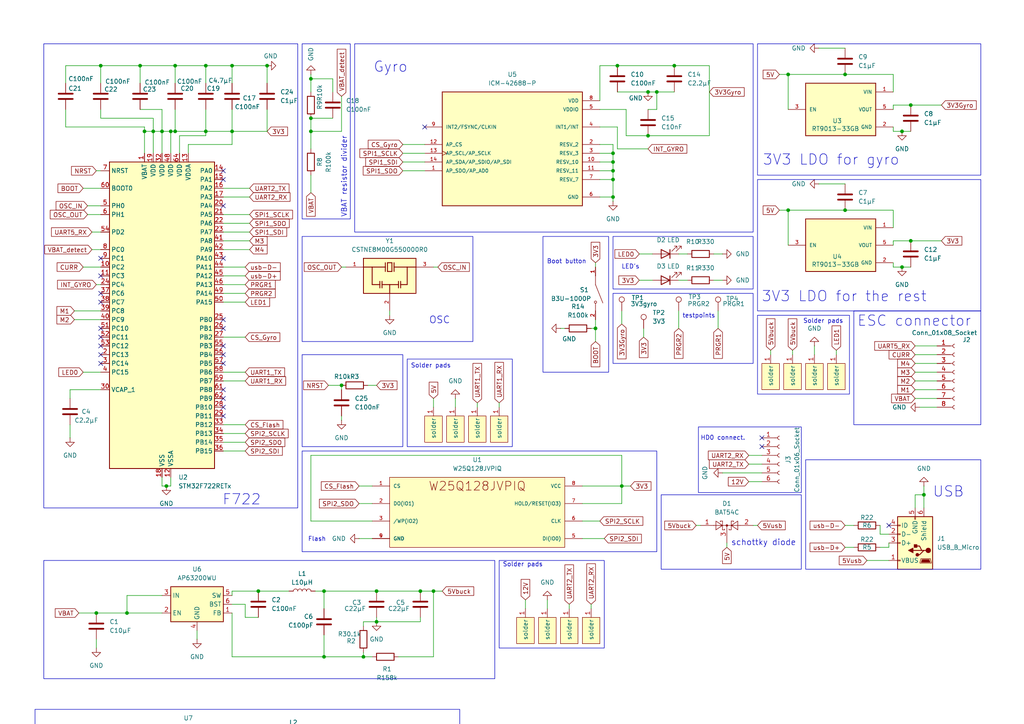
<source format=kicad_sch>
(kicad_sch (version 20231120) (generator "eeschema") (generator_version "8.0")
  (paper "A4")
  (junction (at 90.17 34.29))
  (junction (at 50.8 19.05))
  (junction (at 264.16 30.48))
  (junction (at 27.94 177.8))
  (junction (at 50.8 38.1))
  (junction (at 44.45 38.1))
  (junction (at 245.11 21.59))
  (junction (at 261.62 77.47))
  (junction (at 123.19 214.63))
  (junction (at 93.98 190.5))
  (junction (at 179.07 19.05))
  (junction (at 91.44 233.68))
  (junction (at 187.96 39.37))
  (junction (at 177.8 57.15))
  (junction (at 172.72 95.25))
  (junction (at 228.6 60.96))
  (junction (at 48.26 140.97))
  (junction (at 177.8 44.45))
  (junction (at 25.4 220.98))
  (junction (at 109.22 171.45))
  (junction (at 72.39 214.63))
  (junction (at 77.47 19.05))
  (junction (at 195.58 19.05))
  (junction (at 190.5 26.67))
  (junction (at 91.44 214.63))
  (junction (at 177.8 49.53))
  (junction (at 228.6 21.59))
  (junction (at 106.68 214.63))
  (junction (at 177.8 46.99))
  (junction (at 267.97 143.51))
  (junction (at 245.11 60.96))
  (junction (at 177.8 52.07))
  (junction (at 105.41 190.5))
  (junction (at 34.29 220.98))
  (junction (at 90.17 38.1))
  (junction (at 180.34 140.97))
  (junction (at 49.53 38.1))
  (junction (at 74.93 171.45))
  (junction (at 41.91 38.1))
  (junction (at 187.96 26.67))
  (junction (at 93.98 171.45))
  (junction (at 40.64 19.05))
  (junction (at 109.22 180.34))
  (junction (at 46.99 38.1))
  (junction (at 67.31 19.05))
  (junction (at 99.06 111.76))
  (junction (at 29.21 19.05))
  (junction (at 67.31 38.1))
  (junction (at 90.17 22.86))
  (junction (at 59.69 19.05))
  (junction (at 102.87 233.68))
  (junction (at 261.62 38.1))
  (junction (at 59.69 38.1))
  (junction (at 119.38 214.63))
  (junction (at 121.92 171.45))
  (junction (at 264.16 69.85))
  (junction (at 36.83 177.8))
  (junction (at 125.73 171.45))
  (junction (at 106.68 223.52))
  (no_connect (at 29.21 95.25))
  (no_connect (at 29.21 87.63))
  (no_connect (at 123.19 36.83))
  (no_connect (at 64.77 118.11))
  (no_connect (at 220.98 127))
  (no_connect (at 64.77 74.93))
  (no_connect (at 29.21 74.93))
  (no_connect (at 29.21 100.33))
  (no_connect (at 64.77 113.03))
  (no_connect (at 29.21 80.01))
  (no_connect (at 64.77 52.07))
  (no_connect (at 29.21 97.79))
  (no_connect (at 64.77 105.41))
  (no_connect (at 64.77 92.71))
  (no_connect (at 64.77 95.25))
  (no_connect (at 29.21 85.09))
  (no_connect (at 64.77 49.53))
  (no_connect (at 64.77 100.33))
  (no_connect (at 64.77 102.87))
  (no_connect (at 64.77 59.69))
  (no_connect (at 64.77 120.65))
  (no_connect (at 257.81 152.4))
  (no_connect (at 29.21 102.87))
  (no_connect (at 220.98 129.54))
  (no_connect (at 64.77 115.57))
  (no_connect (at 29.21 105.41))
  (wire (pts (xy 242.57 101.6) (xy 242.57 102.87)))
  (wire (pts (xy 59.69 39.37) (xy 52.07 39.37)))
  (wire (pts (xy 105.41 181.61) (xy 105.41 180.34)))
  (wire (pts (xy 67.31 190.5) (xy 93.98 190.5)))
  (wire (pts (xy 106.68 111.76) (xy 109.22 111.76)))
  (wire (pts (xy 266.7 118.11) (xy 271.78 118.11)))
  (wire (pts (xy 226.06 21.59) (xy 228.6 21.59)))
  (wire (pts (xy 24.13 54.61) (xy 29.21 54.61)))
  (wire (pts (xy 261.62 38.1) (xy 264.16 38.1)))
  (wire (pts (xy 177.8 52.07) (xy 177.8 57.15)))
  (wire (pts (xy 179.07 26.67) (xy 187.96 26.67)))
  (wire (pts (xy 236.22 100.33) (xy 236.22 102.87)))
  (wire (pts (xy 96.52 26.67) (xy 96.52 22.86)))
  (wire (pts (xy 172.72 92.71) (xy 172.72 95.25)))
  (wire (pts (xy 64.77 125.73) (xy 71.12 125.73)))
  (wire (pts (xy 64.77 69.85) (xy 72.39 69.85)))
  (wire (pts (xy 67.31 19.05) (xy 67.31 24.13)))
  (wire (pts (xy 105.41 180.34) (xy 109.22 180.34)))
  (wire (pts (xy 67.31 31.75) (xy 67.31 38.1)))
  (wire (pts (xy 49.53 140.97) (xy 49.53 138.43)))
  (wire (pts (xy 226.06 60.96) (xy 228.6 60.96)))
  (wire (pts (xy 259.08 36.83) (xy 259.08 38.1)))
  (wire (pts (xy 196.85 90.17) (xy 196.85 95.25)))
  (wire (pts (xy 50.8 19.05) (xy 59.69 19.05)))
  (wire (pts (xy 64.77 80.01) (xy 71.12 80.01)))
  (wire (pts (xy 179.07 36.83) (xy 179.07 43.18)))
  (wire (pts (xy 177.8 57.15) (xy 177.8 58.42)))
  (wire (pts (xy 181.61 39.37) (xy 181.61 31.75)))
  (wire (pts (xy 177.8 41.91) (xy 177.8 44.45)))
  (wire (pts (xy 104.14 156.21) (xy 107.95 156.21)))
  (wire (pts (xy 267.97 140.97) (xy 267.97 143.51)))
  (wire (pts (xy 20.32 123.19) (xy 20.32 127)))
  (wire (pts (xy 119.38 222.25) (xy 119.38 223.52)))
  (wire (pts (xy 64.77 130.81) (xy 71.12 130.81)))
  (wire (pts (xy 107.95 190.5) (xy 105.41 190.5)))
  (wire (pts (xy 113.03 233.68) (xy 123.19 233.68)))
  (wire (pts (xy 91.44 171.45) (xy 93.98 171.45)))
  (wire (pts (xy 144.78 116.84) (xy 144.78 118.11)))
  (wire (pts (xy 27.94 185.42) (xy 27.94 187.96)))
  (wire (pts (xy 64.77 62.23) (xy 72.39 62.23)))
  (wire (pts (xy 237.49 13.97) (xy 245.11 13.97)))
  (wire (pts (xy 91.44 233.68) (xy 102.87 233.68)))
  (wire (pts (xy 217.17 132.08) (xy 220.98 132.08)))
  (wire (pts (xy 19.05 36.83) (xy 41.91 36.83)))
  (wire (pts (xy 187.96 39.37) (xy 181.61 39.37)))
  (wire (pts (xy 177.8 49.53) (xy 177.8 52.07)))
  (wire (pts (xy 25.4 62.23) (xy 29.21 62.23)))
  (wire (pts (xy 91.44 214.63) (xy 106.68 214.63)))
  (wire (pts (xy 74.93 171.45) (xy 83.82 171.45)))
  (wire (pts (xy 265.43 100.33) (xy 271.78 100.33)))
  (wire (pts (xy 46.99 138.43) (xy 46.99 140.97)))
  (wire (pts (xy 52.07 39.37) (xy 52.07 44.45)))
  (wire (pts (xy 41.91 38.1) (xy 41.91 44.45)))
  (wire (pts (xy 34.29 220.98) (xy 34.29 215.9)))
  (wire (pts (xy 255.27 154.94) (xy 255.27 152.4)))
  (wire (pts (xy 99.06 113.03) (xy 99.06 111.76)))
  (wire (pts (xy 185.42 73.66) (xy 189.23 73.66)))
  (wire (pts (xy 228.6 31.75) (xy 228.6 21.59)))
  (wire (pts (xy 264.16 30.48) (xy 273.05 30.48)))
  (wire (pts (xy 158.75 173.99) (xy 158.75 176.53)))
  (wire (pts (xy 93.98 190.5) (xy 105.41 190.5)))
  (wire (pts (xy 26.67 67.31) (xy 29.21 67.31)))
  (wire (pts (xy 104.14 140.97) (xy 107.95 140.97)))
  (wire (pts (xy 64.77 57.15) (xy 72.39 57.15)))
  (wire (pts (xy 116.84 41.91) (xy 123.19 41.91)))
  (wire (pts (xy 44.45 34.29) (xy 44.45 38.1)))
  (wire (pts (xy 91.44 227.33) (xy 91.44 233.68)))
  (wire (pts (xy 99.06 38.1) (xy 99.06 27.94)))
  (wire (pts (xy 24.13 77.47) (xy 29.21 77.47)))
  (wire (pts (xy 265.43 147.32) (xy 265.43 143.51)))
  (wire (pts (xy 102.87 232.41) (xy 102.87 233.68)))
  (wire (pts (xy 96.52 22.86) (xy 90.17 22.86)))
  (wire (pts (xy 168.91 151.13) (xy 173.99 151.13)))
  (wire (pts (xy 168.91 146.05) (xy 180.34 146.05)))
  (wire (pts (xy 245.11 60.96) (xy 259.08 60.96)))
  (wire (pts (xy 259.08 21.59) (xy 259.08 26.67)))
  (wire (pts (xy 59.69 38.1) (xy 67.31 38.1)))
  (wire (pts (xy 64.77 87.63) (xy 71.12 87.63)))
  (wire (pts (xy 36.83 172.72) (xy 46.99 172.72)))
  (wire (pts (xy 29.21 34.29) (xy 44.45 34.29)))
  (wire (pts (xy 64.77 107.95) (xy 71.12 107.95)))
  (wire (pts (xy 116.84 44.45) (xy 123.19 44.45)))
  (wire (pts (xy 99.06 120.65) (xy 99.06 121.92)))
  (wire (pts (xy 257.81 158.75) (xy 257.81 157.48)))
  (wire (pts (xy 207.01 81.28) (xy 209.55 81.28)))
  (wire (pts (xy 245.11 152.4) (xy 247.65 152.4)))
  (wire (pts (xy 105.41 189.23) (xy 105.41 190.5)))
  (wire (pts (xy 54.61 41.91) (xy 67.31 41.91)))
  (wire (pts (xy 205.74 39.37) (xy 187.96 39.37)))
  (wire (pts (xy 196.85 73.66) (xy 199.39 73.66)))
  (wire (pts (xy 90.17 38.1) (xy 99.06 38.1)))
  (wire (pts (xy 259.08 30.48) (xy 264.16 30.48)))
  (wire (pts (xy 190.5 26.67) (xy 195.58 26.67)))
  (wire (pts (xy 90.17 55.88) (xy 90.17 50.8)))
  (wire (pts (xy 50.8 31.75) (xy 50.8 38.1)))
  (wire (pts (xy 26.67 72.39) (xy 29.21 72.39)))
  (wire (pts (xy 217.17 139.7) (xy 220.98 139.7)))
  (wire (pts (xy 173.99 52.07) (xy 177.8 52.07)))
  (wire (pts (xy 20.32 115.57) (xy 20.32 113.03)))
  (wire (pts (xy 46.99 38.1) (xy 49.53 38.1)))
  (wire (pts (xy 264.16 69.85) (xy 273.05 69.85)))
  (wire (pts (xy 21.59 92.71) (xy 29.21 92.71)))
  (wire (pts (xy 172.72 95.25) (xy 172.72 99.06)))
  (wire (pts (xy 210.82 157.48) (xy 210.82 158.75)))
  (wire (pts (xy 40.64 19.05) (xy 50.8 19.05)))
  (wire (pts (xy 173.99 46.99) (xy 177.8 46.99)))
  (wire (pts (xy 102.87 223.52) (xy 106.68 223.52)))
  (wire (pts (xy 245.11 21.59) (xy 259.08 21.59)))
  (wire (pts (xy 245.11 158.75) (xy 247.65 158.75)))
  (wire (pts (xy 29.21 19.05) (xy 40.64 19.05)))
  (wire (pts (xy 67.31 19.05) (xy 77.47 19.05)))
  (wire (pts (xy 64.77 110.49) (xy 71.12 110.49)))
  (wire (pts (xy 102.87 224.79) (xy 102.87 223.52)))
  (wire (pts (xy 259.08 38.1) (xy 261.62 38.1)))
  (wire (pts (xy 67.31 171.45) (xy 67.31 172.72)))
  (wire (pts (xy 64.77 82.55) (xy 71.12 82.55)))
  (wire (pts (xy 71.12 179.07) (xy 74.93 179.07)))
  (wire (pts (xy 64.77 123.19) (xy 71.12 123.19)))
  (wire (pts (xy 90.17 22.86) (xy 90.17 21.59)))
  (wire (pts (xy 64.77 218.44) (xy 68.58 218.44)))
  (wire (pts (xy 64.77 233.68) (xy 91.44 233.68)))
  (wire (pts (xy 201.93 152.4) (xy 203.2 152.4)))
  (wire (pts (xy 125.73 77.47) (xy 127 77.47)))
  (wire (pts (xy 68.58 222.25) (xy 72.39 222.25)))
  (wire (pts (xy 40.64 19.05) (xy 40.64 24.13)))
  (wire (pts (xy 34.29 215.9) (xy 44.45 215.9)))
  (wire (pts (xy 90.17 132.08) (xy 180.34 132.08)))
  (wire (pts (xy 24.13 107.95) (xy 29.21 107.95)))
  (wire (pts (xy 64.77 77.47) (xy 71.12 77.47)))
  (wire (pts (xy 27.94 177.8) (xy 36.83 177.8)))
  (wire (pts (xy 265.43 115.57) (xy 271.78 115.57)))
  (wire (pts (xy 187.96 31.75) (xy 190.5 31.75)))
  (wire (pts (xy 19.05 31.75) (xy 19.05 36.83)))
  (wire (pts (xy 177.8 46.99) (xy 177.8 49.53)))
  (wire (pts (xy 105.41 233.68) (xy 102.87 233.68)))
  (wire (pts (xy 186.69 95.25) (xy 186.69 97.79)))
  (wire (pts (xy 50.8 19.05) (xy 50.8 24.13)))
  (wire (pts (xy 173.99 19.05) (xy 173.99 29.21)))
  (wire (pts (xy 173.99 36.83) (xy 179.07 36.83)))
  (wire (pts (xy 106.68 214.63) (xy 119.38 214.63)))
  (wire (pts (xy 180.34 146.05) (xy 180.34 140.97)))
  (wire (pts (xy 165.1 175.26) (xy 165.1 176.53)))
  (wire (pts (xy 109.22 171.45) (xy 121.92 171.45)))
  (wire (pts (xy 172.72 76.2) (xy 172.72 77.47)))
  (wire (pts (xy 20.32 113.03) (xy 29.21 113.03)))
  (wire (pts (xy 20.32 220.98) (xy 25.4 220.98)))
  (wire (pts (xy 46.99 31.75) (xy 46.99 38.1)))
  (wire (pts (xy 205.74 19.05) (xy 195.58 19.05)))
  (wire (pts (xy 25.4 220.98) (xy 34.29 220.98)))
  (wire (pts (xy 208.28 90.17) (xy 208.28 95.25)))
  (wire (pts (xy 41.91 36.83) (xy 41.91 38.1)))
  (wire (pts (xy 119.38 214.63) (xy 123.19 214.63)))
  (wire (pts (xy 228.6 71.12) (xy 228.6 60.96)))
  (wire (pts (xy 95.25 111.76) (xy 99.06 111.76)))
  (wire (pts (xy 251.46 162.56) (xy 257.81 162.56)))
  (wire (pts (xy 67.31 190.5) (xy 67.31 177.8)))
  (wire (pts (xy 177.8 44.45) (xy 177.8 46.99)))
  (wire (pts (xy 123.19 214.63) (xy 123.19 233.68)))
  (wire (pts (xy 44.45 38.1) (xy 44.45 44.45)))
  (wire (pts (xy 64.77 67.31) (xy 72.39 67.31)))
  (wire (pts (xy 109.22 179.07) (xy 109.22 180.34)))
  (wire (pts (xy 72.39 214.63) (xy 81.28 214.63)))
  (wire (pts (xy 36.83 177.8) (xy 36.83 172.72)))
  (wire (pts (xy 265.43 107.95) (xy 271.78 107.95)))
  (wire (pts (xy 173.99 19.05) (xy 179.07 19.05)))
  (wire (pts (xy 25.4 59.69) (xy 29.21 59.69)))
  (wire (pts (xy 29.21 31.75) (xy 29.21 34.29)))
  (wire (pts (xy 180.34 132.08) (xy 180.34 140.97)))
  (wire (pts (xy 180.34 90.17) (xy 180.34 93.98)))
  (wire (pts (xy 180.34 140.97) (xy 182.88 140.97)))
  (wire (pts (xy 123.19 214.63) (xy 125.73 214.63)))
  (wire (pts (xy 72.39 214.63) (xy 64.77 214.63)))
  (wire (pts (xy 90.17 26.67) (xy 90.17 22.86)))
  (wire (pts (xy 19.05 24.13) (xy 19.05 19.05)))
  (wire (pts (xy 109.22 180.34) (xy 121.92 180.34)))
  (wire (pts (xy 179.07 19.05) (xy 195.58 19.05)))
  (wire (pts (xy 265.43 110.49) (xy 271.78 110.49)))
  (wire (pts (xy 185.42 81.28) (xy 189.23 81.28)))
  (wire (pts (xy 90.17 38.1) (xy 90.17 43.18)))
  (wire (pts (xy 259.08 77.47) (xy 261.62 77.47)))
  (wire (pts (xy 99.06 77.47) (xy 100.33 77.47)))
  (wire (pts (xy 90.17 34.29) (xy 96.52 34.29)))
  (wire (pts (xy 34.29 220.98) (xy 44.45 220.98)))
  (wire (pts (xy 171.45 95.25) (xy 172.72 95.25)))
  (wire (pts (xy 46.99 140.97) (xy 48.26 140.97)))
  (wire (pts (xy 88.9 214.63) (xy 91.44 214.63)))
  (wire (pts (xy 25.4 228.6) (xy 25.4 231.14)))
  (wire (pts (xy 228.6 60.96) (xy 245.11 60.96)))
  (wire (pts (xy 90.17 151.13) (xy 90.17 132.08)))
  (wire (pts (xy 29.21 19.05) (xy 29.21 24.13)))
  (wire (pts (xy 259.08 76.2) (xy 259.08 77.47)))
  (wire (pts (xy 125.73 171.45) (xy 128.27 171.45)))
  (wire (pts (xy 259.08 69.85) (xy 259.08 71.12)))
  (wire (pts (xy 90.17 151.13) (xy 107.95 151.13)))
  (wire (pts (xy 93.98 171.45) (xy 109.22 171.45)))
  (wire (pts (xy 168.91 156.21) (xy 175.26 156.21)))
  (wire (pts (xy 116.84 46.99) (xy 123.19 46.99)))
  (wire (pts (xy 265.43 102.87) (xy 271.78 102.87)))
  (wire (pts (xy 237.49 53.34) (xy 245.11 53.34)))
  (wire (pts (xy 90.17 34.29) (xy 90.17 38.1)))
  (wire (pts (xy 64.77 128.27) (xy 71.12 128.27)))
  (wire (pts (xy 229.87 101.6) (xy 229.87 102.87)))
  (wire (pts (xy 21.59 90.17) (xy 29.21 90.17)))
  (wire (pts (xy 50.8 38.1) (xy 59.69 38.1)))
  (wire (pts (xy 106.68 222.25) (xy 106.68 223.52)))
  (wire (pts (xy 187.96 26.67) (xy 190.5 26.67)))
  (wire (pts (xy 259.08 60.96) (xy 259.08 66.04)))
  (wire (pts (xy 59.69 19.05) (xy 59.69 24.13)))
  (wire (pts (xy 54.61 41.91) (xy 54.61 44.45)))
  (wire (pts (xy 40.64 31.75) (xy 46.99 31.75)))
  (wire (pts (xy 49.53 38.1) (xy 49.53 44.45)))
  (wire (pts (xy 152.4 173.99) (xy 152.4 176.53)))
  (wire (pts (xy 74.93 171.45) (xy 67.31 171.45)))
  (wire (pts (xy 49.53 38.1) (xy 50.8 38.1)))
  (wire (pts (xy 116.84 49.53) (xy 123.19 49.53)))
  (wire (pts (xy 261.62 77.47) (xy 264.16 77.47)))
  (wire (pts (xy 71.12 175.26) (xy 71.12 179.07)))
  (wire (pts (xy 190.5 31.75) (xy 190.5 26.67)))
  (wire (pts (xy 106.68 223.52) (xy 119.38 223.52)))
  (wire (pts (xy 57.15 182.88) (xy 57.15 185.42)))
  (wire (pts (xy 207.01 73.66) (xy 209.55 73.66)))
  (wire (pts (xy 257.81 154.94) (xy 255.27 154.94)))
  (wire (pts (xy 77.47 38.1) (xy 67.31 38.1)))
  (wire (pts (xy 125.73 115.57) (xy 125.73 118.11)))
  (wire (pts (xy 48.26 140.97) (xy 49.53 140.97)))
  (wire (pts (xy 259.08 69.85) (xy 264.16 69.85)))
  (wire (pts (xy 54.61 226.06) (xy 54.61 228.6)))
  (wire (pts (xy 27.94 49.53) (xy 29.21 49.53)))
  (wire (pts (xy 217.17 134.62) (xy 220.98 134.62)))
  (wire (pts (xy 259.08 30.48) (xy 259.08 31.75)))
  (wire (pts (xy 91.44 214.63) (xy 91.44 219.71)))
  (wire (pts (xy 265.43 113.03) (xy 271.78 113.03)))
  (wire (pts (xy 125.73 171.45) (xy 125.73 190.5)))
  (wire (pts (xy 46.99 38.1) (xy 46.99 44.45)))
  (wire (pts (xy 267.97 143.51) (xy 267.97 147.32)))
  (wire (pts (xy 173.99 49.53) (xy 177.8 49.53)))
  (wire (pts (xy 138.43 116.84) (xy 138.43 118.11)))
  (wire (pts (xy 27.94 82.55) (xy 29.21 82.55)))
  (wire (pts (xy 209.55 137.16) (xy 220.98 137.16)))
  (wire (pts (xy 93.98 171.45) (xy 93.98 176.53)))
  (wire (pts (xy 173.99 44.45) (xy 177.8 44.45)))
  (wire (pts (xy 41.91 38.1) (xy 44.45 38.1)))
  (wire (pts (xy 104.14 146.05) (xy 107.95 146.05)))
  (wire (pts (xy 64.77 72.39) (xy 72.39 72.39)))
  (wire (pts (xy 64.77 233.68) (xy 64.77 220.98)))
  (wire (pts (xy 64.77 64.77) (xy 72.39 64.77)))
  (wire (pts (xy 59.69 19.05) (xy 67.31 19.05)))
  (wire (pts (xy 93.98 184.15) (xy 93.98 190.5)))
  (wire (pts (xy 132.08 115.57) (xy 132.08 118.11)))
  (wire (pts (xy 77.47 31.75) (xy 77.47 38.1)))
  (wire (pts (xy 173.99 41.91) (xy 177.8 41.91)))
  (wire (pts (xy 171.45 175.26) (xy 171.45 176.53)))
  (wire (pts (xy 168.91 140.97) (xy 180.34 140.97)))
  (wire (pts (xy 181.61 31.75) (xy 173.99 31.75)))
  (wire (pts (xy 22.86 177.8) (xy 27.94 177.8)))
  (wire (pts (xy 121.92 171.45) (xy 125.73 171.45)))
  (wire (pts (xy 179.07 43.18) (xy 187.96 43.18)))
  (wire (pts (xy 113.03 90.17) (xy 113.03 91.44)))
  (wire (pts (xy 59.69 31.75) (xy 59.69 38.1)))
  (wire (pts (xy 115.57 190.5) (xy 125.73 190.5)))
  (wire (pts (xy 265.43 105.41) (xy 271.78 105.41)))
  (wire (pts (xy 64.77 214.63) (xy 64.77 215.9)))
  (wire (pts (xy 228.6 21.59) (xy 245.11 21.59)))
  (wire (pts (xy 121.92 179.07) (xy 121.92 180.34)))
  (wire (pts (xy 162.56 95.25) (xy 163.83 95.25)))
  (wire (pts (xy 67.31 175.26) (xy 71.12 175.26)))
  (wire (pts (xy 64.77 85.09) (xy 71.12 85.09)))
  (wire (pts (xy 205.74 19.05) (xy 205.74 39.37)))
  (wire (pts (xy 36.83 177.8) (xy 46.99 177.8)))
  (wire (pts (xy 218.44 152.4) (xy 219.71 152.4)))
  (wire (pts (xy 173.99 57.15) (xy 177.8 57.15)))
  (wire (pts (xy 68.58 218.44) (xy 68.58 222.25)))
  (wire (pts (xy 19.05 19.05) (xy 29.21 19.05)))
  (wire (pts (xy 223.52 101.6) (xy 223.52 102.87)))
  (wire (pts (xy 77.47 19.05) (xy 77.47 24.13)))
  (wire (pts (xy 265.43 143.51) (xy 267.97 143.51)))
  (wire (pts (xy 255.27 158.75) (xy 257.81 158.75)))
  (wire (pts (xy 44.45 38.1) (xy 46.99 38.1)))
  (wire (pts (xy 64.77 54.61) (xy 72.39 54.61)))
  (wire (pts (xy 59.69 38.1) (xy 59.69 39.37)))
  (wire (pts (xy 67.31 41.91) (xy 67.31 38.1)))
  (wire (pts (xy 196.85 81.28) (xy 199.39 81.28)))
  (wire (pts (xy 64.77 97.79) (xy 71.12 97.79)))
  (rectangle (start 87.63 102.87) (end 116.84 129.54))
  (rectangle (start 12.7 162.56) (end 143.51 196.85))
  (rectangle (start 177.8 68.58) (end 218.44 83.82))
  (rectangle (start 219.71 52.07) (end 284.48 90.17))
  (rectangle (start 247.65 90.17) (end 284.48 123.19))
  (rectangle (start 219.71 91.44) (end 246.38 114.3))
  (rectangle (start 87.63 12.7) (end 101.6 63.5))
  (rectangle (start 87.63 68.58) (end 137.16 99.06))
  (rectangle (start 10.16 205.74) (end 133.35 240.03))
  (rectangle (start 233.68 133.35) (end 284.48 165.1))
  (rectangle (start 118.11 104.14) (end 148.59 129.54))
  (rectangle (start 12.7 12.7) (end 86.36 147.32))
  (rectangle (start 177.8 85.09) (end 218.44 105.41))
  (rectangle (start 87.63 130.81) (end 190.5 160.02))
  (rectangle (start 191.77 143.51) (end 232.41 165.1))
  (rectangle (start 144.78 162.56) (end 175.26 187.96))
  (rectangle (start 157.48 68.58) (end 176.53 107.95))
  (rectangle (start 219.71 12.7) (end 284.48 50.8))
  (rectangle (start 102.87 12.7) (end 218.44 67.31))
  (rectangle (start 202.565 123.825) (end 232.41 142.875))
  (text "Solder pads" (at 151.638 163.83 0) (effects (font (size 1.27 1.27))))
  (text "F722" (at 70.104 145.034 0) (effects (font (size 3 3))))
  (text "schottky diode\n" (at 221.488 157.48 0) (effects (font (size 1.7 1.7))))
  (text "Gyro\n" (at 113.284 19.558 0) (effects (font (size 3 3))))
  (text "3V3 LDO for the rest" (at 244.856 86.106 0) (effects (font (size 3 3))))
  (text "VBAT resistor divider" (at 99.822 51.308 90) (effects (font (size 1.5 1.5))))
  (text "Solder pads" (at 238.76 93.218 0) (effects (font (size 1.27 1.27))))
  (text "Boot button" (at 164.338 75.946 0) (effects (font (size 1.27 1.27))))
  (text "HD0 connect." (at 209.677 127.127 0) (effects (font (size 1.27 1.27))))
  (text "USB\n" (at 275.082 142.748 0) (effects (font (size 3 3))))
  (text "testpoints" (at 202.692 91.694 0) (effects (font (size 1.27 1.27))))
  (text "Flash\n" (at 91.948 156.464 0) (effects (font (size 1.27 1.27))))
  (text "OSC" (at 127.508 92.964 0) (effects (font (size 2 2))))
  (text "Solder pads" (at 124.968 106.172 0) (effects (font (size 1.27 1.27))))
  (text "LED's" (at 182.88 77.47 0) (effects (font (size 1.27 1.27))))
  (text "ESC connector" (at 265.176 93.218 0) (effects (font (size 3 3))))
  (text "3V3 LDO for gyro\n" (at 241.046 46.482 0) (effects (font (size 3 3))))
  (global_label "BOOT" (shape input) (at 24.13 54.61 180) (property "Intersheetrefs" "${INTERSHEET_REFS}" (effects (hide yes))))
  (global_label "UART1_RX" (shape input) (at 144.78 116.84 90) (property "Intersheetrefs" "${INTERSHEET_REFS}" (effects (hide yes))))
  (global_label "VBAT" (shape input) (at 20.32 220.98 180) (property "Intersheetrefs" "${INTERSHEET_REFS}" (effects (hide yes))))
  (global_label "VBAT" (shape input) (at 22.86 177.8 180) (property "Intersheetrefs" "${INTERSHEET_REFS}" (effects (hide yes))))
  (global_label "PRGR1" (shape input) (at 71.12 82.55 0) (property "Intersheetrefs" "${INTERSHEET_REFS}" (effects (hide yes))))
  (global_label "M1" (shape input) (at 265.43 113.03 180) (property "Intersheetrefs" "${INTERSHEET_REFS}" (effects (hide yes))))
  (global_label "12V" (shape input) (at 152.4 173.99 90) (property "Intersheetrefs" "${INTERSHEET_REFS}" (effects (hide yes))))
  (global_label "usb-D-" (shape input) (at 245.11 152.4 180) (property "Intersheetrefs" "${INTERSHEET_REFS}" (effects (hide yes))))
  (global_label "UART5_RX" (shape input) (at 26.67 67.31 180) (property "Intersheetrefs" "${INTERSHEET_REFS}" (effects (hide yes))))
  (global_label "3V3" (shape input) (at 77.47 38.1 0) (property "Intersheetrefs" "${INTERSHEET_REFS}" (effects (hide yes))))
  (global_label "5Vusb" (shape input) (at 219.71 152.4 0) (property "Intersheetrefs" "${INTERSHEET_REFS}" (effects (hide yes))))
  (global_label "UART2_TX" (shape input) (at 72.39 54.61 0) (property "Intersheetrefs" "${INTERSHEET_REFS}" (effects (hide yes))))
  (global_label "UART2_RX" (shape input) (at 217.17 132.08 180) (property "Intersheetrefs" "${INTERSHEET_REFS}" (effects (hide yes))))
  (global_label "OSC_IN" (shape input) (at 25.4 59.69 180) (property "Intersheetrefs" "${INTERSHEET_REFS}" (effects (hide yes))))
  (global_label "PRGR1" (shape input) (at 208.28 95.25 270) (property "Intersheetrefs" "${INTERSHEET_REFS}" (effects (hide yes))))
  (global_label "SPI1_SCLK" (shape input) (at 116.84 44.45 180) (property "Intersheetrefs" "${INTERSHEET_REFS}" (effects (hide yes))))
  (global_label "SPI2_SDO" (shape input) (at 104.14 146.05 180) (property "Intersheetrefs" "${INTERSHEET_REFS}" (effects (hide yes))))
  (global_label "12V" (shape input) (at 217.17 139.7 180) (property "Intersheetrefs" "${INTERSHEET_REFS}" (effects (hide yes))))
  (global_label "CS_Gyro" (shape input) (at 71.12 97.79 0) (property "Intersheetrefs" "${INTERSHEET_REFS}" (effects (hide yes))))
  (global_label "3V3" (shape input) (at 172.72 76.2 90) (property "Intersheetrefs" "${INTERSHEET_REFS}" (effects (hide yes))))
  (global_label "NRST" (shape input) (at 95.25 111.76 180) (property "Intersheetrefs" "${INTERSHEET_REFS}" (effects (hide yes))))
  (global_label "M4" (shape input) (at 265.43 105.41 180) (property "Intersheetrefs" "${INTERSHEET_REFS}" (effects (hide yes))))
  (global_label "3V3" (shape input) (at 273.05 69.85 0) (property "Intersheetrefs" "${INTERSHEET_REFS}" (effects (hide yes))))
  (global_label "usb-D-" (shape input) (at 71.12 77.47 0) (property "Intersheetrefs" "${INTERSHEET_REFS}" (effects (hide yes))))
  (global_label "CS_Flash" (shape input) (at 71.12 123.19 0) (property "Intersheetrefs" "${INTERSHEET_REFS}" (effects (hide yes))))
  (global_label "5Vbuck" (shape input) (at 229.87 101.6 90) (property "Intersheetrefs" "${INTERSHEET_REFS}" (effects (hide yes))))
  (global_label "M3" (shape input) (at 72.39 69.85 0) (property "Intersheetrefs" "${INTERSHEET_REFS}" (effects (hide yes))))
  (global_label "INT_GYRO" (shape input) (at 187.96 43.18 0) (property "Intersheetrefs" "${INTERSHEET_REFS}" (effects (hide yes))))
  (global_label "5Vbuck" (shape input) (at 201.93 152.4 180) (property "Intersheetrefs" "${INTERSHEET_REFS}" (effects (hide yes))))
  (global_label "UART1_TX" (shape input) (at 138.43 116.84 90) (property "Intersheetrefs" "${INTERSHEET_REFS}" (effects (hide yes))))
  (global_label "5V" (shape input) (at 210.82 158.75 270) (property "Intersheetrefs" "${INTERSHEET_REFS}" (effects (hide yes))))
  (global_label "CS_Flash" (shape input) (at 104.14 140.97 180) (property "Intersheetrefs" "${INTERSHEET_REFS}" (effects (hide yes))))
  (global_label "VBAT" (shape input) (at 265.43 115.57 180) (property "Intersheetrefs" "${INTERSHEET_REFS}" (effects (hide yes))))
  (global_label "UART5_RX" (shape input) (at 265.43 100.33 180) (property "Intersheetrefs" "${INTERSHEET_REFS}" (effects (hide yes))))
  (global_label "VBAT_detect" (shape input) (at 26.67 72.39 180) (property "Intersheetrefs" "${INTERSHEET_REFS}" (effects (hide yes))))
  (global_label "SPI1_SDO" (shape input) (at 116.84 49.53 180) (property "Intersheetrefs" "${INTERSHEET_REFS}" (effects (hide yes))))
  (global_label "SPI2_SDI" (shape input) (at 71.12 130.81 0) (property "Intersheetrefs" "${INTERSHEET_REFS}" (effects (hide yes))))
  (global_label "NRST" (shape input) (at 27.94 49.53 180) (property "Intersheetrefs" "${INTERSHEET_REFS}" (effects (hide yes))))
  (global_label "5Vusb" (shape input) (at 251.46 162.56 180) (property "Intersheetrefs" "${INTERSHEET_REFS}" (effects (hide yes))))
  (global_label "OSC_OUT" (shape input) (at 25.4 62.23 180) (property "Intersheetrefs" "${INTERSHEET_REFS}" (effects (hide yes))))
  (global_label "PRGR2" (shape input) (at 196.85 95.25 270) (property "Intersheetrefs" "${INTERSHEET_REFS}" (effects (hide yes))))
  (global_label "VBAT_detect" (shape input) (at 99.06 27.94 90) (property "Intersheetrefs" "${INTERSHEET_REFS}" (effects (hide yes))))
  (global_label "CS_Gyro" (shape input) (at 116.84 41.91 180) (property "Intersheetrefs" "${INTERSHEET_REFS}" (effects (hide yes))))
  (global_label "CURR" (shape input) (at 24.13 77.47 180) (property "Intersheetrefs" "${INTERSHEET_REFS}" (effects (hide yes))))
  (global_label "SPI2_SCLK" (shape input) (at 71.12 125.73 0) (property "Intersheetrefs" "${INTERSHEET_REFS}" (effects (hide yes))))
  (global_label "3V3" (shape input) (at 186.69 97.79 270) (property "Intersheetrefs" "${INTERSHEET_REFS}" (effects (hide yes))))
  (global_label "VBAT" (shape input) (at 90.17 55.88 270) (property "Intersheetrefs" "${INTERSHEET_REFS}" (effects (hide yes))))
  (global_label "SPI2_SDI" (shape input) (at 175.26 156.21 0) (property "Intersheetrefs" "${INTERSHEET_REFS}" (effects (hide yes))))
  (global_label "SPI1_SDO" (shape input) (at 72.39 64.77 0) (property "Intersheetrefs" "${INTERSHEET_REFS}" (effects (hide yes))))
  (global_label "5V" (shape input) (at 226.06 21.59 180) (property "Intersheetrefs" "${INTERSHEET_REFS}" (effects (hide yes))))
  (global_label "M2" (shape input) (at 265.43 110.49 180) (property "Intersheetrefs" "${INTERSHEET_REFS}" (effects (hide yes))))
  (global_label "LED1" (shape input) (at 71.12 87.63 0) (property "Intersheetrefs" "${INTERSHEET_REFS}" (effects (hide yes))))
  (global_label "usb-D+" (shape input) (at 245.11 158.75 180) (property "Intersheetrefs" "${INTERSHEET_REFS}" (effects (hide yes))))
  (global_label "SPI1_SDI" (shape input) (at 72.39 67.31 0) (property "Intersheetrefs" "${INTERSHEET_REFS}" (effects (hide yes))))
  (global_label "5V" (shape input) (at 226.06 60.96 180) (property "Intersheetrefs" "${INTERSHEET_REFS}" (effects (hide yes))))
  (global_label "UART1_RX" (shape input) (at 71.12 110.49 0) (property "Intersheetrefs" "${INTERSHEET_REFS}" (effects (hide yes))))
  (global_label "3V3" (shape input) (at 109.22 111.76 0) (property "Intersheetrefs" "${INTERSHEET_REFS}" (effects (hide yes))))
  (global_label "12V" (shape input) (at 125.73 214.63 0) (property "Intersheetrefs" "${INTERSHEET_REFS}" (effects (hide yes))))
  (global_label "5V" (shape input) (at 125.73 115.57 90) (property "Intersheetrefs" "${INTERSHEET_REFS}" (effects (hide yes))))
  (global_label "3V3Gyro" (shape input) (at 180.34 93.98 270) (property "Intersheetrefs" "${INTERSHEET_REFS}" (effects (hide yes))))
  (global_label "UART1_TX" (shape input) (at 71.12 107.95 0) (property "Intersheetrefs" "${INTERSHEET_REFS}" (effects (hide yes))))
  (global_label "UART2_RX" (shape input) (at 72.39 57.15 0) (property "Intersheetrefs" "${INTERSHEET_REFS}" (effects (hide yes))))
  (global_label "PRGR2" (shape input) (at 71.12 85.09 0) (property "Intersheetrefs" "${INTERSHEET_REFS}" (effects (hide yes))))
  (global_label "SPI1_SCLK" (shape input) (at 72.39 62.23 0) (property "Intersheetrefs" "${INTERSHEET_REFS}" (effects (hide yes))))
  (global_label "M1" (shape input) (at 21.59 90.17 180) (property "Intersheetrefs" "${INTERSHEET_REFS}" (effects (hide yes))))
  (global_label "5Vbuck" (shape input) (at 223.52 101.6 90) (property "Intersheetrefs" "${INTERSHEET_REFS}" (effects (hide yes))))
  (global_label "M3" (shape input) (at 265.43 107.95 180) (property "Intersheetrefs" "${INTERSHEET_REFS}" (effects (hide yes))))
  (global_label "SPI2_SDO" (shape input) (at 71.12 128.27 0) (property "Intersheetrefs" "${INTERSHEET_REFS}" (effects (hide yes))))
  (global_label "M4" (shape input) (at 72.39 72.39 0) (property "Intersheetrefs" "${INTERSHEET_REFS}" (effects (hide yes))))
  (global_label "SPI2_SCLK" (shape input) (at 173.99 151.13 0) (property "Intersheetrefs" "${INTERSHEET_REFS}" (effects (hide yes))))
  (global_label "LED1" (shape input) (at 242.57 101.6 90) (property "Intersheetrefs" "${INTERSHEET_REFS}" (effects (hide yes))))
  (global_label "OSC_IN" (shape input) (at 127 77.47 0) (property "Intersheetrefs" "${INTERSHEET_REFS}" (effects (hide yes))))
  (global_label "M2" (shape input) (at 21.59 92.71 180) (property "Intersheetrefs" "${INTERSHEET_REFS}" (effects (hide yes))))
  (global_label "UART2_TX" (shape input) (at 165.1 175.26 90) (property "Intersheetrefs" "${INTERSHEET_REFS}" (effects (hide yes))))
  (global_label "5Vbuck" (shape input) (at 128.27 171.45 0) (property "Intersheetrefs" "${INTERSHEET_REFS}" (effects (hide yes))))
  (global_label "BOOT" (shape input) (at 172.72 99.06 270) (property "Intersheetrefs" "${INTERSHEET_REFS}" (effects (hide yes))))
  (global_label "3V3Gyro" (shape input) (at 205.74 26.67 0) (property "Intersheetrefs" "${INTERSHEET_REFS}" (effects (hide yes))))
  (global_label "INT_GYRO" (shape input) (at 27.94 82.55 180) (property "Intersheetrefs" "${INTERSHEET_REFS}" (effects (hide yes))))
  (global_label "CURR" (shape input) (at 265.43 102.87 180) (property "Intersheetrefs" "${INTERSHEET_REFS}" (effects (hide yes))))
  (global_label "OSC_OUT" (shape input) (at 99.06 77.47 180) (property "Intersheetrefs" "${INTERSHEET_REFS}" (effects (hide yes))))
  (global_label "UART2_RX" (shape input) (at 171.45 175.26 90) (property "Intersheetrefs" "${INTERSHEET_REFS}" (effects (hide yes))))
  (global_label "UART2_TX" (shape input) (at 217.17 134.62 180) (property "Intersheetrefs" "${INTERSHEET_REFS}" (effects (hide yes))))
  (global_label "3V3" (shape input) (at 185.42 81.28 180) (property "Intersheetrefs" "${INTERSHEET_REFS}" (effects (hide yes))))
  (global_label "LED0" (shape input) (at 185.42 73.66 180) (property "Intersheetrefs" "${INTERSHEET_REFS}" (effects (hide yes))))
  (global_label "usb-D+" (shape input) (at 71.12 80.01 0) (property "Intersheetrefs" "${INTERSHEET_REFS}" (effects (hide yes))))
  (global_label "LED0" (shape input) (at 24.13 107.95 180) (property "Intersheetrefs" "${INTERSHEET_REFS}" (effects (hide yes))))
  (global_label "3V3Gyro" (shape input) (at 273.05 30.48 0) (property "Intersheetrefs" "${INTERSHEET_REFS}" (effects (hide yes))))
  (global_label "SPI1_SDI" (shape input) (at 116.84 46.99 180) (property "Intersheetrefs" "${INTERSHEET_REFS}" (effects (hide yes))))
  (global_label "3V3" (shape input) (at 182.88 140.97 0) (property "Intersheetrefs" "${INTERSHEET_REFS}" (effects (hide yes))))
  (symbol (lib_id "Device:R") (at 105.41 185.42 0) (unit 1)
    (property "Reference" "R2" (at 101.854 185.928 0))
    (property "Value" "R30.1k" (at 101.346 183.896 0))
    (property "Footprint" "Resistor_SMD:R_0402_1005Metric" (effects (hide yes)))
    (property "Description" "Resistor" (effects (hide yes)))
  )
  (symbol (lib_id "power:GND") (at 109.22 180.34 0) (unit 1)
    (property "Reference" "#PWR04" (effects (hide yes)))
    (property "Value" "GND" (at 109.22 185.42 0))
    (property "Description" "Power symbol creates a global label with name \"GND\" , ground" (effects (hide yes)))
  )
  (symbol (lib_id "Device:C") (at 121.92 175.26 0) (unit 1)
    (property "Reference" "C5" (at 114.808 174.752 0) (effects (justify left)))
    (property "Value" "C22µF" (at 112.522 176.53 0) (effects (justify left)))
    (property "Footprint" "Capacitor_SMD:C_0603_1608Metric" (effects (hide yes)))
    (property "Description" "Unpolarized capacitor" (effects (hide yes)))
  )
  (symbol (lib_id "power:GND") (at 77.47 19.05 90) (unit 1)
    (property "Reference" "#PWR025" (effects (hide yes)))
    (property "Value" "GND" (at 76.454 16.256 90) (effects (justify right)))
    (property "Description" "Power symbol creates a global label with name \"GND\" , ground" (effects (hide yes)))
  )
  (symbol (lib_id "Device:R") (at 111.76 190.5 90) (unit 1)
    (property "Reference" "R1" (at 112.268 194.056 90))
    (property "Value" "R158k" (at 112.268 196.596 90))
    (property "Footprint" "Resistor_SMD:R_0603_1608Metric" (effects (hide yes)))
    (property "Description" "Resistor" (effects (hide yes)))
  )
  (symbol (lib_id "power:GND") (at 113.03 91.44 0) (unit 1)
    (property "Reference" "#PWR01" (effects (hide yes)))
    (property "Value" "GND" (at 113.03 96.52 0))
    (property "Description" "Power symbol creates a global label with name \"GND\" , ground" (effects (hide yes)))
  )
  (symbol (lib_id "power:GND") (at 158.75 173.99 180) (unit 1)
    (property "Reference" "#PWR028" (effects (hide yes)))
    (property "Value" "GND" (at 158.75 168.91 0))
    (property "Description" "Power symbol creates a global label with name \"GND\" , ground" (effects (hide yes)))
  )
  (symbol (lib_id "Device:LED") (at 193.04 73.66 180) (unit 1)
    (property "Reference" "D2" (at 191.77 69.596 0))
    (property "Value" "LED" (at 195.326 69.596 0))
    (property "Footprint" "LED_SMD:LED_0402_1005Metric" (effects (hide yes)))
    (property "Description" "Light emitting diode" (effects (hide yes)))
  )
  (symbol (lib_id "power:GND") (at 261.62 77.47 0) (unit 1)
    (property "Reference" "#PWR011" (effects (hide yes)))
    (property "Value" "GND" (at 261.62 82.55 0))
    (property "Description" "Power symbol creates a global label with name \"GND\" , ground" (effects (hide yes)))
  )
  (symbol (lib_id "power:GND") (at 237.49 53.34 270) (unit 1)
    (property "Reference" "#PWR010" (effects (hide yes)))
    (property "Value" "GND" (at 233.68 53.3399 90) (effects (justify right)))
    (property "Description" "Power symbol creates a global label with name \"GND\" , ground" (effects (hide yes)))
  )
  (symbol (lib_id "Diode:BAT54C") (at 210.82 152.4 0) (unit 1)
    (property "Reference" "D1" (at 210.82 146.05 0))
    (property "Value" "BAT54C" (at 210.82 148.59 0))
    (property "Footprint" "Package_TO_SOT_SMD:SOT-23" (effects (hide yes)))
    (property "Datasheet" "http://www.diodes.com/_files/datasheets/ds11005.pdf" (effects (hide yes)))
    (property "Description" "dual schottky barrier diode, common cathode" (effects (hide yes)))
  )
  (symbol (lib_id "Device:R") (at 102.87 111.76 270) (unit 1)
    (property "Reference" "R3" (at 102.87 109.22 90))
    (property "Value" "R10k" (at 99.314 109.22 90))
    (property "Footprint" "Resistor_SMD:R_0402_1005Metric" (effects (hide yes)))
    (property "Description" "Resistor" (effects (hide yes)))
  )
  (symbol (lib_id "Device:R") (at 251.46 158.75 90) (unit 1)
    (property "Reference" "R5" (at 251.46 158.75 90))
    (property "Value" "R22" (at 251.46 156.464 90))
    (property "Footprint" "Resistor_SMD:R_0402_1005Metric" (effects (hide yes)))
    (property "Description" "Resistor" (effects (hide yes)))
  )
  (symbol (lib_id "Device:C") (at 106.68 218.44 0) (unit 1)
    (property "Reference" "C26" (at 99.568 217.932 0) (effects (justify left)))
    (property "Value" "C22µF" (at 97.282 219.71 0) (effects (justify left)))
    (property "Footprint" "Capacitor_SMD:C_0603_1608Metric" (effects (hide yes)))
    (property "Description" "Unpolarized capacitor" (effects (hide yes)))
  )
  (symbol (lib_id "Device:R") (at 203.2 73.66 90) (unit 1)
    (property "Reference" "R10" (at 200.914 70.104 90))
    (property "Value" "R330" (at 204.724 70.104 90))
    (property "Footprint" "Resistor_SMD:R_0402_1005Metric" (effects (hide yes)))
    (property "Description" "Resistor" (effects (hide yes)))
  )
  (symbol (lib_id "Device:C") (at 96.52 30.48 0) (unit 1)
    (property "Reference" "C18" (at 100.33 29.2099 0) (effects (justify left)))
    (property "Value" "C100nF" (at 100.33 31.7499 0) (effects (justify left)))
    (property "Footprint" "Capacitor_SMD:C_0402_1005Metric" (effects (hide yes)))
    (property "Description" "Unpolarized capacitor" (effects (hide yes)))
  )
  (symbol (lib_id "power:GND") (at 267.97 140.97 180) (unit 1)
    (property "Reference" "#PWR06" (effects (hide yes)))
    (property "Value" "GND" (at 267.97 135.89 0))
    (property "Description" "Power symbol creates a global label with name \"GND\" , ground" (effects (hide yes)))
  )
  (symbol (lib_id "Connector:Conn_01x06_Socket") (at 226.06 132.08 0) (unit 1)
    (property "Reference" "J3" (at 228.6 133.35 90))
    (property "Value" "Conn_01x06_Socket" (at 231.14 133.35 90))
    (property "Footprint" "Connector_JST:JST_SH_SM06B-SRSS-TB_1x06-1MP_P1.00mm_Horizontal" (effects (hide yes)))
    (property "Description" "Generic connector, single row, 01x06, script generated" (effects (hide yes)))
  )
  (symbol (lib_id "Device:C") (at 27.94 181.61 0) (unit 1) (in_bom no)
    (property "Reference" "C1" (at 31.75 180.3399 0) (effects (justify left)))
    (property "Value" "C10µF" (at 31.75 182.8799 0) (effects (justify left)))
    (property "Footprint" "Capacitor_SMD:C_1206_3216Metric" (effects (hide yes)))
    (property "Description" "Unpolarized capacitor" (effects (hide yes)))
  )
  (symbol (lib_id "Regulator_Switching:AP63200WU") (at 57.15 175.26 0) (unit 1)
    (property "Reference" "U6" (at 57.15 165.1 0))
    (property "Value" "AP63200WU" (at 57.15 167.64 0))
    (property "Footprint" "Package_TO_SOT_SMD:TSOT-23-6" (effects (hide yes)))
    (property "Datasheet" "https://www.diodes.com/assets/Datasheets/AP63200-AP63201-AP63203-AP63205.pdf" (effects (hide yes)))
    (property "Description" "2A, 500kHz Buck DC/DC Converter, adjustable output voltage, TSOT-23-6" (effects (hide yes)))
  )
  (symbol (lib_id "Device:C") (at 245.11 17.78 0) (unit 1)
    (property "Reference" "C9" (at 248.92 16.5099 0) (effects (justify left)))
    (property "Value" "C1µF" (at 248.92 19.0499 0) (effects (justify left)))
    (property "Footprint" "Capacitor_SMD:C_0402_1005Metric" (effects (hide yes)))
    (property "Description" "Unpolarized capacitor" (effects (hide yes)))
  )
  (symbol (lib_id "Device:L") (at 85.09 214.63 90) (unit 1)
    (property "Reference" "L2" (at 85.09 209.55 90))
    (property "Value" "L10µH" (at 85.09 212.09 90))
    (property "Footprint" "custom:TECHFUSE SL0420-100M" (effects (hide yes)))
    (property "Description" "Inductor" (effects (hide yes)))
  )
  (symbol (lib_id "custom:solder_pad") (at 149.86 179.07 270) (unit 1) (in_bom no)
    (property "Reference" "S2" (effects (hide yes)))
    (property "Value" "solder pad" (effects (hide yes)))
    (property "Footprint" "custom:solder pad small" (effects (hide yes)))
  )
  (symbol (lib_id "Device:C") (at 187.96 35.56 0) (unit 1)
    (property "Reference" "C15" (at 191.77 34.2899 0) (effects (justify left)))
    (property "Value" "C10nF" (at 191.77 36.8299 0) (effects (justify left)))
    (property "Footprint" "Capacitor_SMD:C_0402_1005Metric" (effects (hide yes)))
    (property "Description" "Unpolarized capacitor" (effects (hide yes)))
  )
  (symbol (lib_id "power:GND") (at 25.4 231.14 0) (unit 1)
    (property "Reference" "#PWR021" (effects (hide yes)))
    (property "Value" "GND" (at 25.4 236.22 0))
    (property "Description" "Power symbol creates a global label with name \"GND\" , ground" (effects (hide yes)))
  )
  (symbol (lib_id "Device:C") (at 67.31 27.94 0) (unit 1)
    (property "Reference" "C17" (at 70.358 28.448 0) (effects (justify left)))
    (property "Value" "C100nF" (at 68.072 30.988 0) (effects (justify left)))
    (property "Footprint" "Capacitor_SMD:C_0402_1005Metric" (effects (hide yes)))
    (property "Description" "Unpolarized capacitor" (effects (hide yes)))
  )
  (symbol (lib_id "Device:C") (at 74.93 175.26 0) (unit 1)
    (property "Reference" "C2" (at 78.74 173.9899 0) (effects (justify left)))
    (property "Value" "C100nF" (at 78.74 176.5299 0) (effects (justify left)))
    (property "Footprint" "Capacitor_SMD:C_0402_1005Metric" (effects (hide yes)))
    (property "Description" "Unpolarized capacitor" (effects (hide yes)))
  )
  (symbol (lib_id "Connector:USB_B_Micro") (at 265.43 157.48 180) (unit 1)
    (property "Reference" "J1" (at 271.78 156.2099 0) (effects (justify right)))
    (property "Value" "USB_B_Micro" (at 271.78 158.7499 0) (effects (justify right)))
    (property "Footprint" "Connector_USB:USB_Micro-B_Amphenol_10118194-0001LF_Horizontal" (effects (hide yes)))
    (property "Description" "USB Micro Type B connector" (effects (hide yes)))
  )
  (symbol (lib_id "RT9013-33GB:RT9013-33GB") (at 243.84 71.12 0) (unit 1)
    (property "Reference" "U4" (at 242.824 74.422 0))
    (property "Value" "RT9013-33GB" (at 242.316 76.708 0))
    (property "Footprint" "RT9013-33GB:SOT94P279X129-5N" (effects (hide yes)))
    (property "MF" "Richtek USA" (effects (hide yes)))
    (property "MAXIMUM_PACKAGE_HEIGHT" "1.295 mm" (effects (hide yes)))
    (property "Package" "SOT-23-5 Richtek" (effects (hide yes)))
    (property "Price" "None" (effects (hide yes)))
    (property "Check_prices" "https://www.snapeda.com/parts/RT9013-33GB/Richtek/view-part/?ref=eda" (effects (hide yes)))
    (property "STANDARD" "IPC 7351B" (effects (hide yes)))
    (property "PARTREV" "Aprill 2011" (effects (hide yes)))
    (property "SnapEDA_Link" "https://www.snapeda.com/parts/RT9013-33GB/Richtek/view-part/?ref=snap" (effects (hide yes)))
    (property "MP" "RT9013-33GB" (effects (hide yes)))
    (property "Description_1" "\n                        \n                            Linear Voltage Regulator IC Positive Fixed 1 Output  500mA TSOT-23-5\n                        \n" (effects (hide yes)))
    (property "Availability" "In Stock" (effects (hide yes)))
    (property "MANUFACTURER" "Richtek Technology" (effects (hide yes)))
  )
  (symbol (lib_id "Device:C") (at 19.05 27.94 0) (unit 1)
    (property "Reference" "C21" (at 19.812 25.654 0) (effects (justify left)))
    (property "Value" "C100nF" (at 19.812 22.86 0) (effects (justify left)))
    (property "Footprint" "Capacitor_SMD:C_0402_1005Metric" (effects (hide yes)))
    (property "Description" "Unpolarized capacitor" (effects (hide yes)))
  )
  (symbol (lib_id "custom:solder_pad") (at 156.21 179.07 270) (unit 1) (in_bom no)
    (property "Reference" "S3" (effects (hide yes)))
    (property "Value" "solder pad" (effects (hide yes)))
    (property "Footprint" "custom:solder pad small" (effects (hide yes)))
  )
  (symbol (lib_id "custom:solder_pad") (at 129.54 120.65 270) (unit 1) (in_bom no)
    (property "Reference" "S7" (effects (hide yes)))
    (property "Value" "solder pad" (effects (hide yes)))
    (property "Footprint" "custom:solder pad small" (effects (hide yes)))
  )
  (symbol (lib_id "power:GND") (at 99.06 121.92 0) (unit 1)
    (property "Reference" "#PWR015" (effects (hide yes)))
    (property "Value" "GND" (at 99.06 127 0))
    (property "Description" "Power symbol creates a global label with name \"GND\" , ground" (effects (hide yes)))
  )
  (symbol (lib_id "Device:C") (at 59.69 27.94 0) (unit 1)
    (property "Reference" "C19" (at 59.944 25.654 0) (effects (justify left)))
    (property "Value" "C4.7µF" (at 60.452 23.368 0) (effects (justify left)))
    (property "Footprint" "Capacitor_SMD:C_0402_1005Metric" (effects (hide yes)))
    (property "Description" "Unpolarized capacitor" (effects (hide yes)))
  )
  (symbol (lib_id "Device:C") (at 50.8 27.94 0) (unit 1)
    (property "Reference" "C20" (at 52.324 25.654 0) (effects (justify left)))
    (property "Value" "C100nF" (at 51.308 23.622 0) (effects (justify left)))
    (property "Footprint" "Capacitor_SMD:C_0402_1005Metric" (effects (hide yes)))
    (property "Description" "Unpolarized capacitor" (effects (hide yes)))
  )
  (symbol (lib_id "Connector:Conn_01x08_Socket") (at 276.86 107.95 0) (unit 1)
    (property "Reference" "J2" (at 279.146 98.552 0) (effects (justify left)))
    (property "Value" "Conn_01x08_Socket" (at 264.414 96.52 0) (effects (justify left)))
    (property "Footprint" "Connector_JST:JST_SH_SM08B-SRSS-TB_1x08-1MP_P1.00mm_Horizontal" (effects (hide yes)))
    (property "Description" "Generic connector, single row, 01x08, script generated" (effects (hide yes)))
  )
  (symbol (lib_id "Device:C") (at 77.47 27.94 0) (unit 1)
    (property "Reference" "C24" (at 81.28 26.6699 0) (effects (justify left)))
    (property "Value" "C1µF" (at 81.28 29.2099 0) (effects (justify left)))
    (property "Footprint" "Capacitor_SMD:C_0402_1005Metric" (effects (hide yes)))
    (property "Description" "Unpolarized capacitor" (effects (hide yes)))
  )
  (symbol (lib_id "power:GND") (at 104.14 156.21 270) (unit 1)
    (property "Reference" "#PWR017" (effects (hide yes)))
    (property "Value" "GND" (at 100.33 156.2099 90) (effects (justify right)))
    (property "Description" "Power symbol creates a global label with name \"GND\" , ground" (effects (hide yes)))
  )
  (symbol (lib_id "power:GND") (at 162.56 95.25 270) (unit 1)
    (property "Reference" "#PWR022" (effects (hide yes)))
    (property "Value" "GND" (at 167.132 98.298 90) (effects (justify right)))
    (property "Description" "Power symbol creates a global label with name \"GND\" , ground" (effects (hide yes)))
  )
  (symbol (lib_id "Device:R") (at 167.64 95.25 90) (unit 1)
    (property "Reference" "R14" (at 167.64 88.9 90))
    (property "Value" "R100k" (at 167.64 91.44 90))
    (property "Footprint" "Resistor_SMD:R_0402_1005Metric" (effects (hide yes)))
    (property "Description" "Resistor" (effects (hide yes)))
  )
  (symbol (lib_id "Device:C") (at 20.32 119.38 0) (unit 1)
    (property "Reference" "C4" (at 23.622 119.38 0) (effects (justify left)))
    (property "Value" "C2.2µF" (at 21.59 121.92 0) (effects (justify left)))
    (property "Footprint" "Capacitor_SMD:C_0402_1005Metric" (effects (hide yes)))
    (property "Description" "Unpolarized capacitor" (effects (hide yes)))
  )
  (symbol (lib_id "Device:C") (at 264.16 73.66 0) (unit 1)
    (property "Reference" "C12" (at 267.97 72.3899 0) (effects (justify left)))
    (property "Value" "C1µF" (at 267.97 74.9299 0) (effects (justify left)))
    (property "Footprint" "Capacitor_SMD:C_0402_1005Metric" (effects (hide yes)))
    (property "Description" "Unpolarized capacitor" (effects (hide yes)))
  )
  (symbol (lib_id "power:GND") (at 209.55 73.66 90) (unit 1)
    (property "Reference" "#PWR018" (effects (hide yes)))
    (property "Value" "GND" (at 213.36 73.6599 90) (effects (justify right)))
    (property "Description" "Power symbol creates a global label with name \"GND\" , ground" (effects (hide yes)))
  )
  (symbol (lib_id "Device:C") (at 25.4 224.79 0) (unit 1) (in_bom no)
    (property "Reference" "C11" (at 29.21 223.5199 0) (effects (justify left)))
    (property "Value" "C10µF" (at 29.21 226.0599 0) (effects (justify left)))
    (property "Footprint" "Capacitor_SMD:C_1206_3216Metric" (effects (hide yes)))
    (property "Description" "Unpolarized capacitor" (effects (hide yes)))
  )
  (symbol (lib_id "power:GND") (at 48.26 140.97 0) (unit 1)
    (property "Reference" "#PWR012" (effects (hide yes)))
    (property "Value" "GND" (at 48.26 146.05 0))
    (property "Description" "Power symbol creates a global label with name \"GND\" , ground" (effects (hide yes)))
  )
  (symbol (lib_id "Device:LED") (at 193.04 81.28 180) (unit 1)
    (property "Reference" "D3" (at 191.77 77.216 0))
    (property "Value" "LED" (at 195.326 77.216 0))
    (property "Footprint" "LED_SMD:LED_0603_1608Metric" (effects (hide yes)))
    (property "Description" "Light emitting diode" (effects (hide yes)))
  )
  (symbol (lib_id "custom:solder_pad") (at 227.33 105.41 270) (unit 1) (in_bom no)
    (property "Reference" "S10" (effects (hide yes)))
    (property "Value" "solder pad" (effects (hide yes)))
    (property "Footprint" "custom:solder pad small" (effects (hide yes)))
  )
  (symbol (lib_id "ICM-42688-P:ICM-42688-P") (at 148.59 41.91 0) (unit 1)
    (property "Reference" "U5" (at 148.59 21.59 0))
    (property "Value" "ICM-42688-P" (at 148.59 24.13 0))
    (property "Footprint" "ICM-42688-P:PQFN50P300X250X97-14N" (effects (hide yes)))
    (property "MF" "TDK InvenSense" (effects (hide yes)))
    (property "MAXIMUM_PACKAGE_HEIGHT" "0.97mm" (effects (hide yes)))
    (property "Package" "LGA-14 TDK InvenSense" (effects (hide yes)))
    (property "Price" "None" (effects (hide yes)))
    (property "Check_prices" "https://www.snapeda.com/parts/ICM-42688-P/TDK/view-part/?ref=eda" (effects (hide yes)))
    (property "STANDARD" "IPC-7351B" (effects (hide yes)))
    (property "PARTREV" "1.2" (effects (hide yes)))
    (property "SnapEDA_Link" "https://www.snapeda.com/parts/ICM-42688-P/TDK/view-part/?ref=snap" (effects (hide yes)))
    (property "MP" "ICM-42688-P" (effects (hide yes)))
    (property "Description_1" "\n                        \n                            Accelerometer, Gyroscope, 6 Axis Sensor - Output\n                        \n" (effects (hide yes)))
    (property "Availability" "In Stock" (effects (hide yes)))
    (property "MANUFACTURER" "TDK InvenSense" (effects (hide yes)))
  )
  (symbol (lib_id "power:GND") (at 261.62 38.1 0) (unit 1)
    (property "Reference" "#PWR09" (effects (hide yes)))
    (property "Value" "GND" (at 261.62 43.18 0))
    (property "Description" "Power symbol creates a global label with name \"GND\" , ground" (effects (hide yes)))
  )
  (symbol (lib_id "Device:C") (at 99.06 116.84 0) (unit 1)
    (property "Reference" "C25" (at 102.87 115.5699 0) (effects (justify left)))
    (property "Value" "C100nF" (at 102.87 118.1099 0) (effects (justify left)))
    (property "Footprint" "Capacitor_SMD:C_0402_1005Metric" (effects (hide yes)))
    (property "Description" "Unpolarized capacitor" (effects (hide yes)))
  )
  (symbol (lib_id "custom:solder_pad") (at 168.91 179.07 270) (unit 1) (in_bom no)
    (property "Reference" "S5" (effects (hide yes)))
    (property "Value" "solder pad" (effects (hide yes)))
    (property "Footprint" "custom:solder pad small" (effects (hide yes)))
  )
  (symbol (lib_id "power:GND") (at 90.17 21.59 180) (unit 1)
    (property "Reference" "#PWR016" (effects (hide yes)))
    (property "Value" "GND" (at 90.1699 17.78 90) (effects (justify right)))
    (property "Description" "Power symbol creates a global label with name \"GND\" , ground" (effects (hide yes)))
  )
  (symbol (lib_id "Device:C") (at 245.11 57.15 0) (unit 1)
    (property "Reference" "C7" (at 248.92 55.8799 0) (effects (justify left)))
    (property "Value" "C1µF" (at 248.92 58.4199 0) (effects (justify left)))
    (property "Footprint" "Capacitor_SMD:C_0402_1005Metric" (effects (hide yes)))
    (property "Description" "Unpolarized capacitor" (effects (hide yes)))
  )
  (symbol (lib_id "Device:R") (at 251.46 152.4 90) (unit 1)
    (property "Reference" "R6" (at 251.46 152.4 90))
    (property "Value" "R22" (at 251.46 150.114 90))
    (property "Footprint" "Resistor_SMD:R_0402_1005Metric" (effects (hide yes)))
    (property "Description" "Resistor" (effects (hide yes)))
  )
  (symbol (lib_id "Device:C") (at 119.38 218.44 0) (unit 1)
    (property "Reference" "C27" (at 112.268 217.932 0) (effects (justify left)))
    (property "Value" "C22µF" (at 109.982 219.71 0) (effects (justify left)))
    (property "Footprint" "Capacitor_SMD:C_0603_1608Metric" (effects (hide yes)))
    (property "Description" "Unpolarized capacitor" (effects (hide yes)))
  )
  (symbol (lib_id "Device:C") (at 264.16 34.29 0) (unit 1)
    (property "Reference" "C8" (at 267.97 33.0199 0) (effects (justify left)))
    (property "Value" "C1µF" (at 267.97 35.5599 0) (effects (justify left)))
    (property "Footprint" "Capacitor_SMD:C_0402_1005Metric" (effects (hide yes)))
    (property "Description" "Unpolarized capacitor" (effects (hide yes)))
  )
  (symbol (lib_id "Device:C") (at 91.44 223.52 180) (unit 1)
    (property "Reference" "C16" (at 85.598 221.996 0) (effects (justify right)))
    (property "Value" "C56pF" (at 81.026 224.536 0) (effects (justify right)))
    (property "Footprint" "Capacitor_SMD:C_0402_1005Metric" (effects (hide yes)))
    (property "Description" "Unpolarized capacitor" (effects (hide yes)))
  )
  (symbol (lib_id "power:GND") (at 27.94 187.96 0) (unit 1)
    (property "Reference" "#PWR03" (effects (hide yes)))
    (property "Value" "GND" (at 27.94 193.04 0))
    (property "Description" "Power symbol creates a global label with name \"GND\" , ground" (effects (hide yes)))
  )
  (symbol (lib_id "Device:R") (at 90.17 46.99 180) (unit 1)
    (property "Reference" "R8" (at 92.71 46.99 90))
    (property "Value" "R100k" (at 95.25 46.99 90))
    (property "Footprint" "Resistor_SMD:R_0402_1005Metric" (effects (hide yes)))
    (property "Description" "Resistor" (effects (hide yes)))
  )
  (symbol (lib_id "Device:C") (at 29.21 27.94 0) (unit 1)
    (property "Reference" "C22" (at 30.226 25.908 0) (effects (justify left)))
    (property "Value" "C100nF" (at 30.48 23.622 0) (effects (justify left)))
    (property "Footprint" "Capacitor_SMD:C_0402_1005Metric" (effects (hide yes)))
    (property "Description" "Unpolarized capacitor" (effects (hide yes)))
  )
  (symbol (lib_id "power:GND") (at 57.15 185.42 0) (unit 1)
    (property "Reference" "#PWR02" (effects (hide yes)))
    (property "Value" "GND" (at 57.15 190.5 0))
    (property "Description" "Power symbol creates a global label with name \"GND\" , ground" (effects (hide yes)))
  )
  (symbol (lib_id "power:GND") (at 54.61 228.6 0) (unit 1)
    (property "Reference" "#PWR026" (effects (hide yes)))
    (property "Value" "GND" (at 54.61 233.68 0))
    (property "Description" "Power symbol creates a global label with name \"GND\" , ground" (effects (hide yes)))
  )
  (symbol (lib_id "Device:C") (at 195.58 22.86 0) (unit 1)
    (property "Reference" "C14" (at 199.39 21.5899 0) (effects (justify left)))
    (property "Value" "C2.2µF" (at 199.39 24.1299 0) (effects (justify left)))
    (property "Footprint" "Capacitor_SMD:C_0402_1005Metric" (effects (hide yes)))
    (property "Description" "Unpolarized capacitor" (effects (hide yes)))
  )
  (symbol (lib_id "power:GND") (at 132.08 115.57 180) (unit 1)
    (property "Reference" "#PWR024" (effects (hide yes)))
    (property "Value" "GND" (at 132.08 110.49 0))
    (property "Description" "Power symbol creates a global label with name \"GND\" , ground" (effects (hide yes)))
  )
  (symbol (lib_id "Connector:TestPoint") (at 180.34 90.17 0) (unit 1)
    (property "Reference" "TP1" (at 183.134 86.36 0) (effects (justify left)))
    (property "Value" "3V3gyro" (at 182.88 88.1379 0) (effects (justify left)))
    (property "Footprint" "TestPoint:TestPoint_Pad_D1.0mm" (effects (hide yes)))
    (property "Description" "test point" (effects (hide yes)))
  )
  (symbol (lib_id "custom:solder_pad") (at 240.03 105.41 270) (unit 1) (in_bom no)
    (property "Reference" "S12" (effects (hide yes)))
    (property "Value" "solder pad" (effects (hide yes)))
    (property "Footprint" "custom:solder pad small" (effects (hide yes)))
  )
  (symbol (lib_id "Connector:TestPoint") (at 196.85 90.17 0) (unit 1)
    (property "Reference" "TP3" (at 199.644 86.106 0) (effects (justify left)))
    (property "Value" "PRGR2" (at 199.39 88.1379 0) (effects (justify left)))
    (property "Footprint" "TestPoint:TestPoint_Pad_D1.0mm" (effects (hide yes)))
    (property "Description" "test point" (effects (hide yes)))
  )
  (symbol (lib_id "CSTNE8M00G550000R0:CSTNE8M00G550000R0") (at 113.03 80.01 0) (unit 1)
    (property "Reference" "Y1" (at 113.03 69.85 0))
    (property "Value" "CSTNE8M00G550000R0" (at 113.03 72.39 0))
    (property "Footprint" "CSTNE8M00G550000R0:OSC_CSTNE8M00G550000R0" (effects (hide yes)))
    (property "MF" "Murata Electronics" (effects (hide yes)))
    (property "Description_1" "\n                        \n                            8 MHz Ceramic Resonator Built in Capacitor 33 pF ±0.2% 40 Ohms -40°C ~ 85°C Surface Mount\n                        \n" (effects (hide yes)))
    (property "Package" "SMD-3 Murata" (effects (hide yes)))
    (property "Price" "None" (effects (hide yes)))
    (property "Check_prices" "https://www.snapeda.com/parts/CSTNE8M00G550000R0/Murata+Electronics+North+America/view-part/?ref=eda" (effects (hide yes)))
    (property "SnapEDA_Link" "https://www.snapeda.com/parts/CSTNE8M00G550000R0/Murata+Electronics+North+America/view-part/?ref=snap" (effects (hide yes)))
    (property "MP" "CSTNE8M00G550000R0" (effects (hide yes)))
    (property "Availability" "In Stock" (effects (hide yes)))
    (property "Purchase-URL" "https://pricing.snapeda.com/search/part/CSTNE8M00G550000R0/?ref=eda" (effects (hide yes)))
  )
  (symbol (lib_id "Regulator_Switching:AP63200WU") (at 54.61 218.44 0) (unit 1)
    (property "Reference" "U7" (at 54.61 208.28 0))
    (property "Value" "AP63200WU" (at 54.61 210.82 0))
    (property "Footprint" "Package_TO_SOT_SMD:TSOT-23-6" (effects (hide yes)))
    (property "Datasheet" "https://www.diodes.com/assets/Datasheets/AP63200-AP63201-AP63203-AP63205.pdf" (effects (hide yes)))
    (property "Description" "2A, 500kHz Buck DC/DC Converter, adjustable output voltage, TSOT-23-6" (effects (hide yes)))
  )
  (symbol (lib_id "power:GND") (at 209.55 137.16 270) (unit 1)
    (property "Reference" "#PWR023" (effects (hide yes)))
    (property "Value" "GND" (at 204.47 137.16 0))
    (property "Description" "Power symbol creates a global label with name \"GND\" , ground" (effects (hide yes)))
  )
  (symbol (lib_id "MCU_ST_STM32F7:STM32F722RETx") (at 46.99 92.71 0) (unit 1)
    (property "Reference" "U2" (at 51.7241 138.43 0) (effects (justify left)))
    (property "Value" "STM32F722RETx" (at 51.7241 140.97 0) (effects (justify left)))
    (property "Footprint" "Package_QFP:LQFP-64_10x10mm_P0.5mm" (effects (hide yes)))
    (property "Datasheet" "https://www.st.com/resource/en/datasheet/stm32f722re.pdf" (effects (hide yes)))
    (property "Description" "STMicroelectronics Arm Cortex-M7 MCU, 512KB flash, 256KB RAM, 216 MHz, 1.7-3.6V, 50 GPIO, LQFP64" (effects (hide yes)))
  )
  (symbol (lib_id "custom:solder_pad") (at 142.24 120.65 270) (unit 1) (in_bom no)
    (property "Reference" "S9" (effects (hide yes)))
    (property "Value" "solder pad" (effects (hide yes)))
    (property "Footprint" "custom:solder pad small" (effects (hide yes)))
  )
  (symbol (lib_id "Device:L") (at 87.63 171.45 90) (unit 1)
    (property "Reference" "L1" (at 87.63 166.37 90))
    (property "Value" "L10µH" (at 87.63 168.91 90))
    (property "Footprint" "custom:TECHFUSE SL0420-100M" (effects (hide yes)))
    (property "Description" "Inductor" (effects (hide yes)))
  )
  (symbol (lib_id "power:GND") (at 236.22 100.33 180) (unit 1)
    (property "Reference" "#PWR029" (effects (hide yes)))
    (property "Value" "GND" (at 236.22 95.25 0))
    (property "Description" "Power symbol creates a global label with name \"GND\" , ground" (effects (hide yes)))
  )
  (symbol (lib_id "Device:R") (at 90.17 30.48 180) (unit 1)
    (property "Reference" "R9" (at 92.71 30.48 90))
    (property "Value" "R10k" (at 92.71 26.924 90))
    (property "Footprint" "Resistor_SMD:R_0402_1005Metric" (effects (hide yes)))
    (property "Description" "Resistor" (effects (hide yes)))
  )
  (symbol (lib_id "Connector:TestPoint") (at 208.28 90.17 0) (unit 1)
    (property "Reference" "TP4" (at 210.566 86.614 0) (effects (justify left)))
    (property "Value" "PRGR1" (at 209.55 88.138 0) (effects (justify left)))
    (property "Footprint" "TestPoint:TestPoint_Pad_D1.0mm" (effects (hide yes)))
    (property "Description" "test point" (effects (hide yes)))
  )
  (symbol (lib_id "B3U-1000P:B3U-1000P") (at 172.72 85.09 270) (unit 1)
    (property "Reference" "S1" (at 168.148 84.074 90) (effects (justify left)))
    (property "Value" "B3U-1000P" (at 159.766 86.614 90) (effects (justify left)))
    (property "Footprint" "B3U-1000P:SW_B3U-1000P" (effects (hide yes)))
    (property "MF" "Omron" (effects (hide yes)))
    (property "DESCRIPTION" "Tactile Switch SPST-NO Top Actuated Surface Mount" (effects (hide yes)))
    (property "PACKAGE" "None" (effects (hide yes)))
    (property "PRICE" "None" (effects (hide yes)))
    (property "Package" "Custom Package Omron" (effects (hide yes)))
    (property "Check_prices" "https://www.snapeda.com/parts/B3U-1000P/Omron/view-part/?ref=eda" (effects (hide yes)))
    (property "Price" "None" (effects (hide yes)))
    (property "SnapEDA_Link" "https://www.snapeda.com/parts/B3U-1000P/Omron/view-part/?ref=snap" (effects (hide yes)))
    (property "MP" "B3U-1000P" (effects (hide yes)))
    (property "Availability" "In Stock" (effects (hide yes)))
    (property "AVAILABILITY" "Unavailable" (effects (hide yes)))
    (property "Description_1" "\n                        \n                            SWITCH;TACTILE,TOP ACTUATED,TACTILE & JOG SWITCHES W/O BOSS W/O GROUND | Omron Electronic Components B3U-1000P\n                        \n" (effects (hide yes)))
  )
  (symbol (lib_id "custom:solder_pad") (at 123.19 120.65 270) (unit 1) (in_bom no)
    (property "Reference" "S6" (effects (hide yes)))
    (property "Value" "solder pad" (effects (hide yes)))
    (property "Footprint" "custom:solder pad small" (effects (hide yes)))
  )
  (symbol (lib_id "power:GND") (at 177.8 58.42 0) (unit 1)
    (property "Reference" "#PWR013" (effects (hide yes)))
    (property "Value" "GND" (at 177.8 63.5 0))
    (property "Description" "Power symbol creates a global label with name \"GND\" , ground" (effects (hide yes)))
  )
  (symbol (lib_id "Device:C") (at 40.64 27.94 0) (unit 1)
    (property "Reference" "C23" (at 41.402 25.908 0) (effects (justify left)))
    (property "Value" "C100nF" (at 41.91 23.876 0) (effects (justify left)))
    (property "Footprint" "Capacitor_SMD:C_0402_1005Metric" (effects (hide yes)))
    (property "Description" "Unpolarized capacitor" (effects (hide yes)))
  )
  (symbol (lib_id "Device:R") (at 203.2 81.28 90) (unit 1)
    (property "Reference" "R11" (at 200.914 77.724 90))
    (property "Value" "R330" (at 204.724 77.724 90))
    (property "Footprint" "Resistor_SMD:R_0402_1005Metric" (effects (hide yes)))
    (property "Description" "Resistor" (effects (hide yes)))
  )
  (symbol (lib_id "Device:C") (at 72.39 218.44 0) (unit 1)
    (property "Reference" "C13" (at 76.2 217.1699 0) (effects (justify left)))
    (property "Value" "C100nF" (at 76.2 219.7099 0) (effects (justify left)))
    (property "Footprint" "Capacitor_SMD:C_0402_1005Metric" (effects (hide yes)))
    (property "Description" "Unpolarized capacitor" (effects (hide yes)))
  )
  (symbol (lib_id "custom:solder_pad") (at 233.68 105.41 270) (unit 1) (in_bom no)
    (property "Reference" "S11" (effects (hide yes)))
    (property "Value" "solder pad" (effects (hide yes)))
    (property "Footprint" "custom:solder pad small" (effects (hide yes)))
  )
  (symbol (lib_id "Device:R") (at 109.22 233.68 90) (unit 1)
    (property "Reference" "R13" (at 109.728 237.236 90))
    (property "Value" "R249k" (at 109.728 239.776 90))
    (property "Footprint" "Resistor_SMD:R_0603_1608Metric" (effects (hide yes)))
    (property "Description" "Resistor" (effects (hide yes)))
  )
  (symbol (lib_id "power:GND") (at 106.68 223.52 0) (unit 1)
    (property "Reference" "#PWR027" (effects (hide yes)))
    (property "Value" "GND" (at 106.68 228.6 0))
    (property "Description" "Power symbol creates a global label with name \"GND\" , ground" (effects (hide yes)))
  )
  (symbol (lib_id "Device:C") (at 179.07 22.86 0) (unit 1)
    (property "Reference" "C10" (at 182.88 21.5899 0) (effects (justify left)))
    (property "Value" "C100nF" (at 182.88 24.1299 0) (effects (justify left)))
    (property "Footprint" "Capacitor_SMD:C_0402_1005Metric" (effects (hide yes)))
    (property "Description" "Unpolarized capacitor" (effects (hide yes)))
  )
  (symbol (lib_id "custom:solder_pad") (at 220.98 105.41 270) (unit 1) (in_bom no)
    (property "Reference" "S13" (effects (hide yes)))
    (property "Value" "solder pad" (effects (hide yes)))
    (property "Footprint" "custom:solder pad small" (effects (hide yes)))
  )
  (symbol (lib_id "RT9013-33GB:RT9013-33GB") (at 243.84 31.75 0) (unit 1)
    (property "Reference" "U3" (at 242.824 35.052 0))
    (property "Value" "RT9013-33GB" (at 242.316 37.338 0))
    (property "Footprint" "RT9013-33GB:SOT94P279X129-5N" (effects (hide yes)))
    (property "MF" "Richtek USA" (effects (hide yes)))
    (property "MAXIMUM_PACKAGE_HEIGHT" "1.295 mm" (effects (hide yes)))
    (property "Package" "SOT-23-5 Richtek" (effects (hide yes)))
    (property "Price" "None" (effects (hide yes)))
    (property "Check_prices" "https://www.snapeda.com/parts/RT9013-33GB/Richtek/view-part/?ref=eda" (effects (hide yes)))
    (property "STANDARD" "IPC 7351B" (effects (hide yes)))
    (property "PARTREV" "Aprill 2011" (effects (hide yes)))
    (property "SnapEDA_Link" "https://www.snapeda.com/parts/RT9013-33GB/Richtek/view-part/?ref=snap" (effects (hide yes)))
    (property "MP" "RT9013-33GB" (effects (hide yes)))
    (property "Description_1" "\n                        \n                            Linear Voltage Regulator IC Positive Fixed 1 Output  500mA TSOT-23-5\n                        \n" (effects (hide yes)))
    (property "Availability" "In Stock" (effects (hide yes)))
    (property "MANUFACTURER" "Richtek Technology" (effects (hide yes)))
  )
  (symbol (lib_id "custom:solder_pad") (at 135.89 120.65 270) (unit 1) (in_bom no)
    (property "Reference" "S8" (effects (hide yes)))
    (property "Value" "solder pad" (effects (hide yes)))
    (property "Footprint" "custom:solder pad small" (effects (hide yes)))
  )
  (symbol (lib_id "W25Q128JVPIQ:W25Q128JVPIQ") (at 138.43 148.59 0) (unit 1)
    (property "Reference" "U1" (at 138.43 133.35 0))
    (property "Value" "W25Q128JVPIQ" (at 138.43 135.89 0))
    (property "Footprint" "W25Q128JVPIQ:W25Q128JVPIQ" (effects (hide yes)))
    (property "MF" "Winbond" (effects (hide yes)))
    (property "Description_1" "\n                        \n                            FLASH - NOR Memory IC 128Mb (16M x 8) SPI - Quad I/O, QPI, DTR 133 MHz 8-WSON (6x5)\n                        \n" (effects (hide yes)))
    (property "Package" "WDFN-8 Winbond Electronics" (effects (hide yes)))
    (property "Price" "None" (effects (hide yes)))
    (property "SnapEDA_Link" "https://www.snapeda.com/parts/W25Q128JVPIQ/Winbond/view-part/?ref=snap" (effects (hide yes)))
    (property "MP" "W25Q128JVPIQ" (effects (hide yes)))
    (property "Availability" "In Stock" (effects (hide yes)))
    (property "Check_prices" "https://www.snapeda.com/parts/W25Q128JVPIQ/Winbond/view-part/?ref=eda" (effects (hide yes)))
  )
  (symbol (lib_id "power:GND") (at 20.32 127 0) (unit 1)
    (property "Reference" "#PWR05" (effects (hide yes)))
    (property "Value" "GND" (at 20.32 132.08 0))
    (property "Description" "Power symbol creates a global label with name \"GND\" , ground" (effects (hide yes)))
  )
  (symbol (lib_id "Device:R") (at 102.87 228.6 0) (unit 1)
    (property "Reference" "R7" (at 99.314 229.108 0))
    (property "Value" "R18k" (at 98.806 227.076 0))
    (property "Footprint" "Resistor_SMD:R_0402_1005Metric" (effects (hide yes)))
    (property "Description" "Resistor" (effects (hide yes)))
  )
  (symbol (lib_id "Device:C") (at 109.22 175.26 0) (unit 1)
    (property "Reference" "C3" (at 102.108 174.752 0) (effects (justify left)))
    (property "Value" "C22µF" (at 99.822 176.53 0) (effects (justify left)))
    (property "Footprint" "Capacitor_SMD:C_0603_1608Metric" (effects (hide yes)))
    (property "Description" "Unpolarized capacitor" (effects (hide yes)))
  )
  (symbol (lib_id "power:GND") (at 266.7 118.11 270) (unit 1)
    (property "Reference" "#PWR07" (effects (hide yes)))
    (property "Value" "GND" (at 262.89 118.1099 90) (effects (justify right)))
    (property "Description" "Power symbol creates a global label with name \"GND\" , ground" (effects (hide yes)))
  )
  (symbol (lib_id "power:GND") (at 237.49 13.97 270) (unit 1)
    (property "Reference" "#PWR08" (effects (hide yes)))
    (property "Value" "GND" (at 233.68 13.9699 90) (effects (justify right)))
    (property "Description" "Power symbol creates a global label with name \"GND\" , ground" (effects (hide yes)))
  )
  (symbol (lib_id "Device:C") (at 93.98 180.34 180) (unit 1)
    (property "Reference" "C6" (at 88.138 178.816 0) (effects (justify right)))
    (property "Value" "C100pF" (at 83.566 181.356 0) (effects (justify right)))
    (property "Footprint" "Capacitor_SMD:C_0402_1005Metric" (effects (hide yes)))
    (property "Description" "Unpolarized capacitor" (effects (hide yes)))
  )
  (symbol (lib_id "Connector:TestPoint") (at 186.69 95.25 0) (unit 1)
    (property "Reference" "TP2" (at 189.23 90.6779 0) (effects (justify left)))
    (property "Value" "3V3" (at 189.23 93.2179 0) (effects (justify left)))
    (property "Footprint" "TestPoint:TestPoint_Pad_D1.0mm" (effects (hide yes)))
    (property "Description" "test point" (effects (hide yes)))
  )
  (symbol (lib_id "power:GND") (at 187.96 26.67 0) (unit 1)
    (property "Reference" "#PWR014" (effects (hide yes)))
    (property "Value" "GND" (at 184.404 28.448 0))
    (property "Description" "Power symbol creates a global label with name \"GND\" , ground" (effects (hide yes)))
  )
  (symbol (lib_id "power:GND") (at 209.55 81.28 90) (unit 1)
    (property "Reference" "#PWR019" (effects (hide yes)))
    (property "Value" "GND" (at 213.36 81.2799 90) (effects (justify right)))
    (property "Description" "Power symbol creates a global label with name \"GND\" , ground" (effects (hide yes)))
  )
  (symbol (lib_id "custom:solder_pad") (at 162.56 179.07 270) (unit 1) (in_bom no)
    (property "Reference" "S4" (effects (hide yes)))
    (property "Value" "solder pad" (effects (hide yes)))
    (property "Footprint" "custom:solder pad small" (effects (hide yes)))
  )
)
</source>
